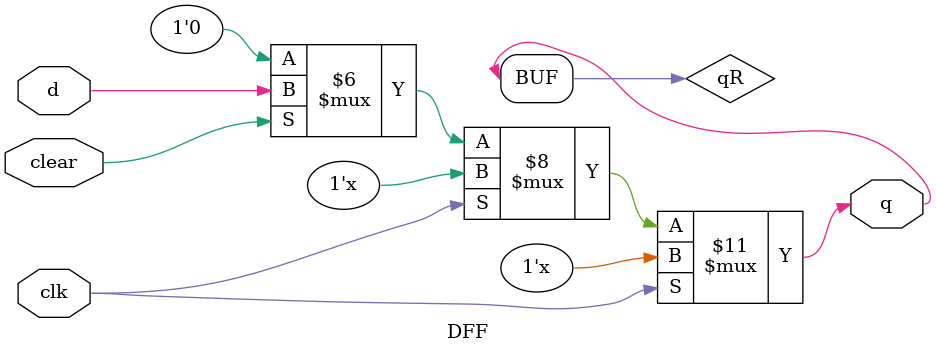
<source format=v>
`timescale 1ns / 1ps


module ShiftRegister #(parameter n=8) (shift, serialIn, clk, clear, q);
    input shift, serialIn, clk, clear;
    output [n-1:0] q;
    reg [n-1:0] qR= {n {1'b0 } };
    assign q = qR;
    
    always @(posedge clk) begin
        if(clear==0) begin
            qR = {n{1'b0}};
        end
        else begin
            if(shift == 0 ) begin
                qR = qR << 1;
                qR[0] = serialIn;
            end
        end        
    end

endmodule


module DFF (clear, d, clk, q);
	input clear, d, clk;
	output q;
    reg qR;

    assign q = qR;

    always @(d, clk) begin

        if(clk==1'b0) begin
        
            if(clear==1'b1) begin
                qR = d;
            end
            else begin
                qR = 1'b0;
            end
            
        end
    end

endmodule

</source>
